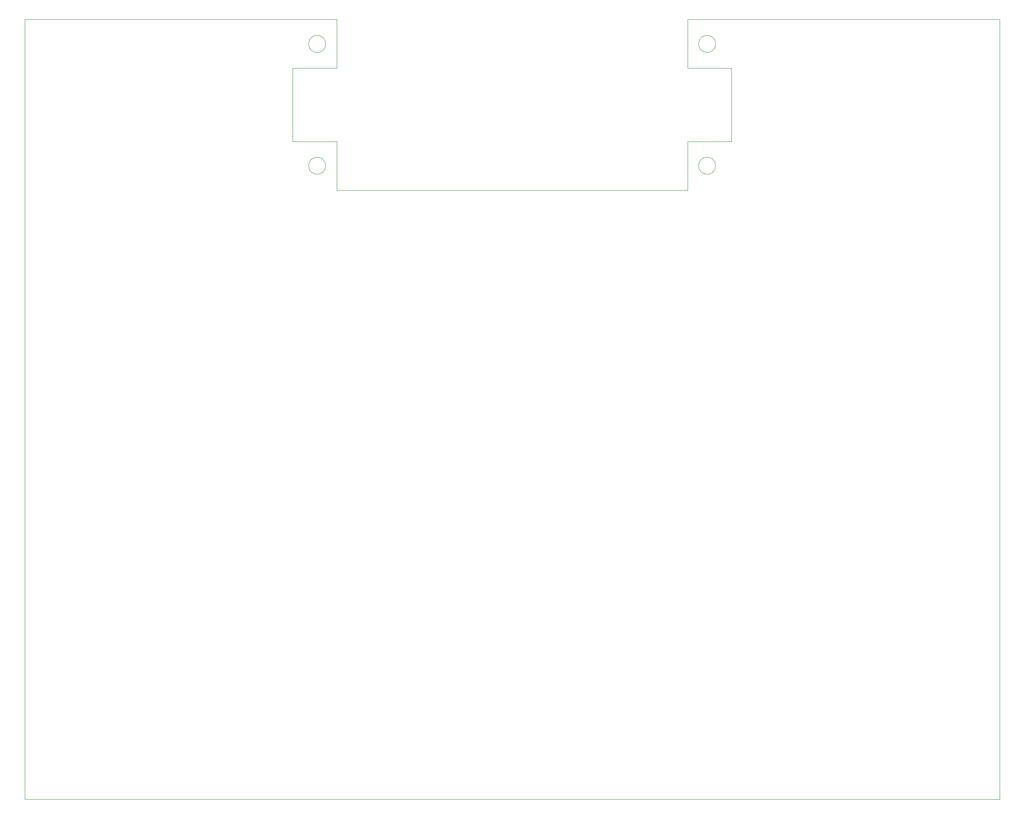
<source format=gbr>
%TF.GenerationSoftware,KiCad,Pcbnew,7.0.10-7.0.10~ubuntu22.04.1*%
%TF.CreationDate,2024-02-07T13:06:57+01:00*%
%TF.ProjectId,polykit-x-controlboard,706f6c79-6b69-4742-9d78-2d636f6e7472,v0.0.2*%
%TF.SameCoordinates,Original*%
%TF.FileFunction,Profile,NP*%
%FSLAX46Y46*%
G04 Gerber Fmt 4.6, Leading zero omitted, Abs format (unit mm)*
G04 Created by KiCad (PCBNEW 7.0.10-7.0.10~ubuntu22.04.1) date 2024-02-07 13:06:57*
%MOMM*%
%LPD*%
G01*
G04 APERTURE LIST*
%TA.AperFunction,Profile*%
%ADD10C,0.100000*%
%TD*%
G04 APERTURE END LIST*
D10*
X160000000Y-39500000D02*
X151000000Y-39500000D01*
X79000000Y-24500000D02*
X70000000Y-24500000D01*
X70000000Y-14500000D02*
X79000000Y-14500000D01*
X70000000Y-39500000D02*
X79000000Y-39500000D01*
X151000000Y-14500000D02*
X151000000Y-24500000D01*
X215000000Y-14500000D02*
X160000000Y-14500000D01*
X70000000Y-14500000D02*
X15000000Y-14500000D01*
X79000000Y-39500000D02*
X79000000Y-49500000D01*
X156750000Y-19500000D02*
G75*
G03*
X153250000Y-19500000I-1750000J0D01*
G01*
X153250000Y-19500000D02*
G75*
G03*
X156750000Y-19500000I1750000J0D01*
G01*
X151000000Y-24500000D02*
X160000000Y-24500000D01*
X76750000Y-44500000D02*
G75*
G03*
X73250000Y-44500000I-1750000J0D01*
G01*
X73250000Y-44500000D02*
G75*
G03*
X76750000Y-44500000I1750000J0D01*
G01*
X70000000Y-24500000D02*
X70000000Y-39500000D01*
X80000001Y-39500000D02*
G75*
G03*
X79999999Y-39500000I-1J0D01*
G01*
X79999999Y-39500000D02*
G75*
G03*
X80000001Y-39500000I1J0D01*
G01*
X160000000Y-14500000D02*
X151000000Y-14500000D01*
X215000000Y-14500000D02*
X215000000Y-174500000D01*
X215000000Y-174500000D02*
X15000000Y-174500000D01*
X79000000Y-14500000D02*
X79000000Y-24500000D01*
X156750000Y-44500000D02*
G75*
G03*
X153250000Y-44500000I-1750000J0D01*
G01*
X153250000Y-44500000D02*
G75*
G03*
X156750000Y-44500000I1750000J0D01*
G01*
X76750000Y-19500000D02*
G75*
G03*
X73250000Y-19500000I-1750000J0D01*
G01*
X73250000Y-19500000D02*
G75*
G03*
X76750000Y-19500000I1750000J0D01*
G01*
X15000000Y-174500000D02*
X15000000Y-14500000D01*
X151000000Y-39500000D02*
X151000000Y-49500000D01*
X160000000Y-24500000D02*
X160000000Y-39500000D01*
X79000000Y-49500000D02*
X151000000Y-49500000D01*
M02*

</source>
